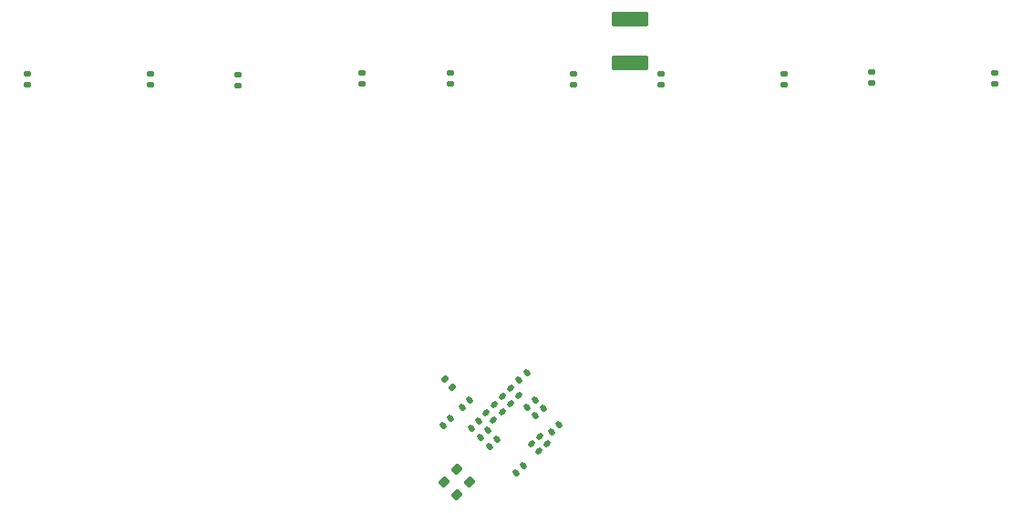
<source format=gbp>
G04 #@! TF.GenerationSoftware,KiCad,Pcbnew,(7.0.0)*
G04 #@! TF.CreationDate,2023-06-14T17:50:15+02:00*
G04 #@! TF.ProjectId,Switch ETHERNET,53776974-6368-4204-9554-4845524e4554,rev?*
G04 #@! TF.SameCoordinates,Original*
G04 #@! TF.FileFunction,Paste,Bot*
G04 #@! TF.FilePolarity,Positive*
%FSLAX46Y46*%
G04 Gerber Fmt 4.6, Leading zero omitted, Abs format (unit mm)*
G04 Created by KiCad (PCBNEW (7.0.0)) date 2023-06-14 17:50:15*
%MOMM*%
%LPD*%
G01*
G04 APERTURE LIST*
G04 Aperture macros list*
%AMRoundRect*
0 Rectangle with rounded corners*
0 $1 Rounding radius*
0 $2 $3 $4 $5 $6 $7 $8 $9 X,Y pos of 4 corners*
0 Add a 4 corners polygon primitive as box body*
4,1,4,$2,$3,$4,$5,$6,$7,$8,$9,$2,$3,0*
0 Add four circle primitives for the rounded corners*
1,1,$1+$1,$2,$3*
1,1,$1+$1,$4,$5*
1,1,$1+$1,$6,$7*
1,1,$1+$1,$8,$9*
0 Add four rect primitives between the rounded corners*
20,1,$1+$1,$2,$3,$4,$5,0*
20,1,$1+$1,$4,$5,$6,$7,0*
20,1,$1+$1,$6,$7,$8,$9,0*
20,1,$1+$1,$8,$9,$2,$3,0*%
G04 Aperture macros list end*
%ADD10RoundRect,0.135000X-0.185000X0.135000X-0.185000X-0.135000X0.185000X-0.135000X0.185000X0.135000X0*%
%ADD11RoundRect,0.140000X-0.219203X-0.021213X-0.021213X-0.219203X0.219203X0.021213X0.021213X0.219203X0*%
%ADD12RoundRect,0.140000X-0.021213X0.219203X-0.219203X0.021213X0.021213X-0.219203X0.219203X-0.021213X0*%
%ADD13RoundRect,0.200000X-0.335876X-0.053033X-0.053033X-0.335876X0.335876X0.053033X0.053033X0.335876X0*%
%ADD14RoundRect,0.249999X-1.450001X0.450001X-1.450001X-0.450001X1.450001X-0.450001X1.450001X0.450001X0*%
%ADD15RoundRect,0.140000X0.021213X-0.219203X0.219203X-0.021213X-0.021213X0.219203X-0.219203X0.021213X0*%
%ADD16RoundRect,0.140000X0.219203X0.021213X0.021213X0.219203X-0.219203X-0.021213X-0.021213X-0.219203X0*%
%ADD17RoundRect,0.135000X0.226274X0.035355X0.035355X0.226274X-0.226274X-0.035355X-0.035355X-0.226274X0*%
G04 APERTURE END LIST*
D10*
X212670000Y-43315600D03*
X212670000Y-44335600D03*
X204520800Y-43264800D03*
X204520800Y-44284800D03*
D11*
X198745789Y-72470189D03*
X199424611Y-73149011D03*
D10*
X184912000Y-43214000D03*
X184912000Y-44234000D03*
X243687600Y-43214000D03*
X243687600Y-44234000D03*
D12*
X193100011Y-75286989D03*
X192421189Y-75965811D03*
D10*
X193090800Y-43214000D03*
X193090800Y-44234000D03*
D13*
X193750000Y-80050000D03*
X194916726Y-81216726D03*
D10*
X232206800Y-43112400D03*
X232206800Y-44132400D03*
D12*
X200186611Y-71070589D03*
X199507789Y-71749411D03*
D10*
X165303200Y-43264800D03*
X165303200Y-44284800D03*
D11*
X196408989Y-74804389D03*
X197087811Y-75483211D03*
D14*
X209800000Y-38200000D03*
X209800000Y-42300000D03*
D15*
X195062789Y-76194411D03*
X195741611Y-75515589D03*
D12*
X203183811Y-75845789D03*
X202504989Y-76524611D03*
X200948611Y-73610589D03*
X200269789Y-74289411D03*
D10*
X173431200Y-43366400D03*
X173431200Y-44386400D03*
D15*
X195926389Y-77058011D03*
X196605211Y-76379189D03*
D12*
X201710611Y-74372589D03*
X201031789Y-75051411D03*
D15*
X196789989Y-77921611D03*
X197468811Y-77242789D03*
D16*
X202066211Y-77642211D03*
X201387389Y-76963389D03*
D13*
X192550000Y-81250000D03*
X193716726Y-82416726D03*
D17*
X193294000Y-72400600D03*
X192572752Y-71679352D03*
D11*
X197221789Y-73982378D03*
X197900611Y-74661200D03*
D10*
X224078800Y-43264800D03*
X224078800Y-44284800D03*
D11*
X197983789Y-73226989D03*
X198662611Y-73905811D03*
D10*
X153873200Y-43264800D03*
X153873200Y-44284800D03*
D15*
X194196589Y-74289411D03*
X194875411Y-73610589D03*
X199202989Y-80334611D03*
X199881811Y-79655789D03*
D16*
X201320400Y-78369600D03*
X200641578Y-77690778D03*
M02*

</source>
